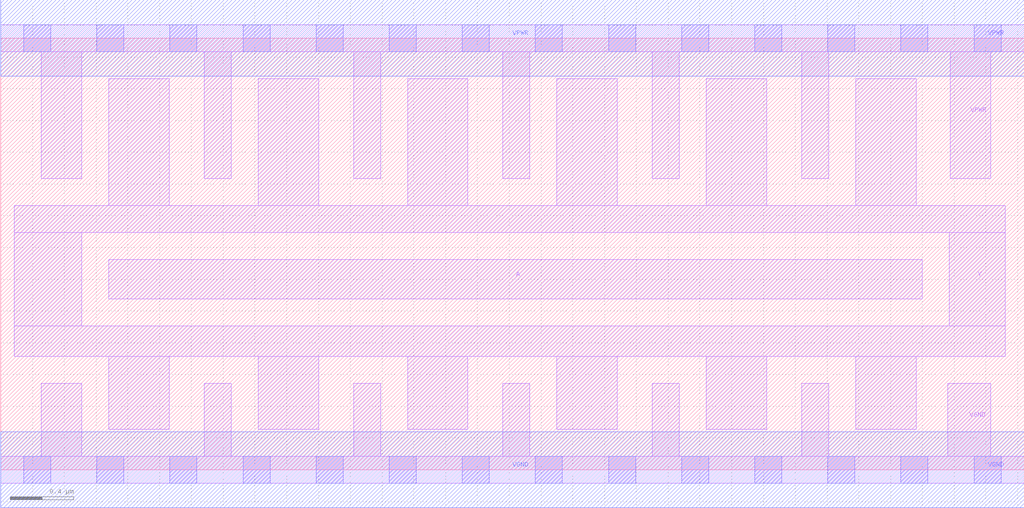
<source format=lef>
# Copyright 2020 The SkyWater PDK Authors
#
# Licensed under the Apache License, Version 2.0 (the "License");
# you may not use this file except in compliance with the License.
# You may obtain a copy of the License at
#
#     https://www.apache.org/licenses/LICENSE-2.0
#
# Unless required by applicable law or agreed to in writing, software
# distributed under the License is distributed on an "AS IS" BASIS,
# WITHOUT WARRANTIES OR CONDITIONS OF ANY KIND, either express or implied.
# See the License for the specific language governing permissions and
# limitations under the License.
#
# SPDX-License-Identifier: Apache-2.0

VERSION 5.7 ;
  NAMESCASESENSITIVE ON ;
  NOWIREEXTENSIONATPIN ON ;
  DIVIDERCHAR "/" ;
  BUSBITCHARS "[]" ;
UNITS
  DATABASE MICRONS 200 ;
END UNITS
PROPERTYDEFINITIONS
  MACRO maskLayoutSubType STRING ;
  MACRO prCellType STRING ;
  MACRO originalViewName STRING ;
END PROPERTYDEFINITIONS
MACRO sky130_fd_sc_hdll__inv_12
  CLASS CORE ;
  FOREIGN sky130_fd_sc_hdll__inv_12 ;
  ORIGIN  0.000000  0.000000 ;
  SIZE  6.440000 BY  2.720000 ;
  SYMMETRY X Y R90 ;
  SITE unithd ;
  PIN A
    ANTENNAGATEAREA  3.330000 ;
    DIRECTION INPUT ;
    USE SIGNAL ;
    PORT
      LAYER li1 ;
        RECT 0.680000 1.075000 5.800000 1.325000 ;
    END
  END A
  PIN Y
    ANTENNADIFFAREA  3.020500 ;
    DIRECTION OUTPUT ;
    USE SIGNAL ;
    PORT
      LAYER li1 ;
        RECT 0.085000 0.715000 6.320000 0.905000 ;
        RECT 0.085000 0.905000 0.510000 1.495000 ;
        RECT 0.085000 1.495000 6.320000 1.665000 ;
        RECT 0.680000 0.255000 1.060000 0.715000 ;
        RECT 0.680000 1.665000 1.060000 2.465000 ;
        RECT 1.620000 0.255000 2.000000 0.715000 ;
        RECT 1.620000 1.665000 2.000000 2.465000 ;
        RECT 2.560000 0.255000 2.940000 0.715000 ;
        RECT 2.560000 1.665000 2.940000 2.465000 ;
        RECT 3.500000 0.255000 3.880000 0.715000 ;
        RECT 3.500000 1.665000 3.880000 2.465000 ;
        RECT 4.440000 0.255000 4.820000 0.715000 ;
        RECT 4.440000 1.665000 4.820000 2.465000 ;
        RECT 5.380000 0.255000 5.760000 0.715000 ;
        RECT 5.380000 1.665000 5.760000 2.465000 ;
        RECT 5.970000 0.905000 6.320000 1.495000 ;
    END
  END Y
  PIN VGND
    DIRECTION INOUT ;
    USE GROUND ;
    PORT
      LAYER li1 ;
        RECT 0.000000 -0.085000 6.440000 0.085000 ;
        RECT 0.255000  0.085000 0.510000 0.545000 ;
        RECT 1.280000  0.085000 1.450000 0.545000 ;
        RECT 2.220000  0.085000 2.390000 0.545000 ;
        RECT 3.160000  0.085000 3.330000 0.545000 ;
        RECT 4.100000  0.085000 4.270000 0.545000 ;
        RECT 5.040000  0.085000 5.210000 0.545000 ;
        RECT 5.960000  0.085000 6.230000 0.545000 ;
      LAYER mcon ;
        RECT 0.145000 -0.085000 0.315000 0.085000 ;
        RECT 0.605000 -0.085000 0.775000 0.085000 ;
        RECT 1.065000 -0.085000 1.235000 0.085000 ;
        RECT 1.525000 -0.085000 1.695000 0.085000 ;
        RECT 1.985000 -0.085000 2.155000 0.085000 ;
        RECT 2.445000 -0.085000 2.615000 0.085000 ;
        RECT 2.905000 -0.085000 3.075000 0.085000 ;
        RECT 3.365000 -0.085000 3.535000 0.085000 ;
        RECT 3.825000 -0.085000 3.995000 0.085000 ;
        RECT 4.285000 -0.085000 4.455000 0.085000 ;
        RECT 4.745000 -0.085000 4.915000 0.085000 ;
        RECT 5.205000 -0.085000 5.375000 0.085000 ;
        RECT 5.665000 -0.085000 5.835000 0.085000 ;
        RECT 6.125000 -0.085000 6.295000 0.085000 ;
      LAYER met1 ;
        RECT 0.000000 -0.240000 6.440000 0.240000 ;
    END
  END VGND
  PIN VPWR
    DIRECTION INOUT ;
    USE POWER ;
    PORT
      LAYER li1 ;
        RECT 0.000000 2.635000 6.440000 2.805000 ;
        RECT 0.255000 1.835000 0.510000 2.635000 ;
        RECT 1.280000 1.835000 1.450000 2.635000 ;
        RECT 2.220000 1.835000 2.390000 2.635000 ;
        RECT 3.160000 1.835000 3.330000 2.635000 ;
        RECT 4.100000 1.835000 4.270000 2.635000 ;
        RECT 5.040000 1.835000 5.210000 2.635000 ;
        RECT 5.975000 1.835000 6.230000 2.635000 ;
      LAYER mcon ;
        RECT 0.145000 2.635000 0.315000 2.805000 ;
        RECT 0.605000 2.635000 0.775000 2.805000 ;
        RECT 1.065000 2.635000 1.235000 2.805000 ;
        RECT 1.525000 2.635000 1.695000 2.805000 ;
        RECT 1.985000 2.635000 2.155000 2.805000 ;
        RECT 2.445000 2.635000 2.615000 2.805000 ;
        RECT 2.905000 2.635000 3.075000 2.805000 ;
        RECT 3.365000 2.635000 3.535000 2.805000 ;
        RECT 3.825000 2.635000 3.995000 2.805000 ;
        RECT 4.285000 2.635000 4.455000 2.805000 ;
        RECT 4.745000 2.635000 4.915000 2.805000 ;
        RECT 5.205000 2.635000 5.375000 2.805000 ;
        RECT 5.665000 2.635000 5.835000 2.805000 ;
        RECT 6.125000 2.635000 6.295000 2.805000 ;
      LAYER met1 ;
        RECT 0.000000 2.480000 6.440000 2.960000 ;
    END
  END VPWR
  PROPERTY maskLayoutSubType "abstract" ;
  PROPERTY prCellType "standard" ;
  PROPERTY originalViewName "layout" ;
END sky130_fd_sc_hdll__inv_12

</source>
